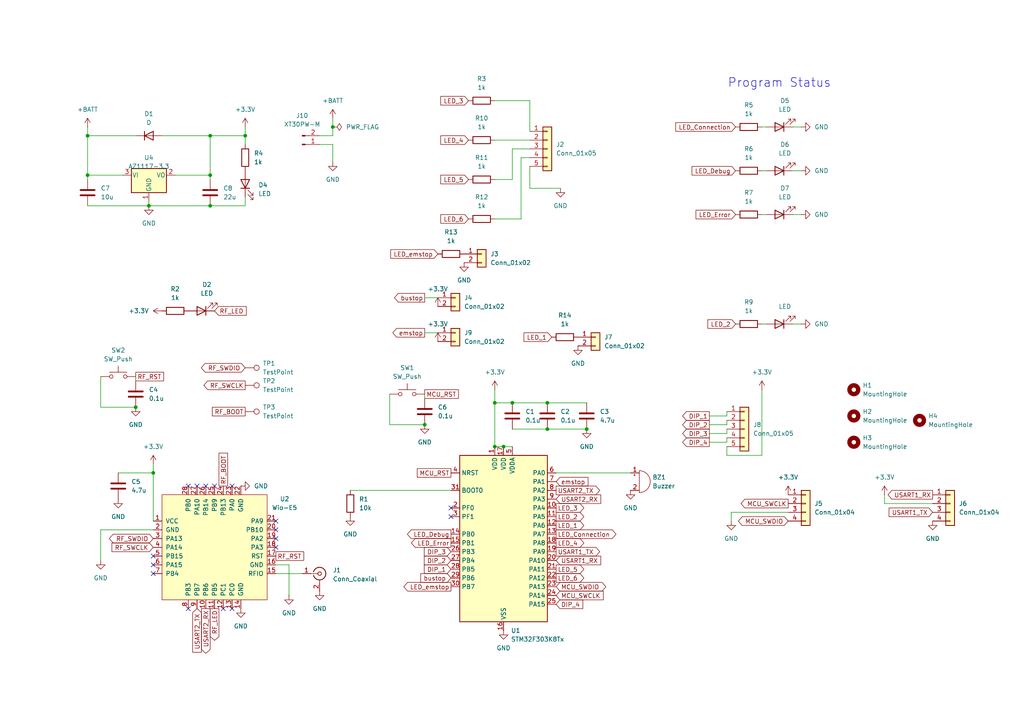
<source format=kicad_sch>
(kicad_sch (version 20250114) (generator "eeschema") (generator_version "9.0")
  (paper "A4")
  (lib_symbols
    (symbol "Connector:Conn_01x02_Pin" (pin_names (offset 1.016) (hide yes))
      (property "Reference" "J" (at 0 2.54 0))
      (property "Value" "Conn_01x02_Pin" (at 0 -5.08 0))
      (symbol "Conn_01x02_Pin_1_1"
        (pin passive line (at 5.08 0 180) (length 3.81) (name "Pin_1") (number "1"))
        (pin passive line (at 5.08 -2.54 180) (length 3.81) (name "Pin_2") (number "2"))
      )
    )
    (symbol "Connector:Conn_Coaxial" (pin_names (offset 1.016) (hide yes))
      (property "Reference" "J" (at 0.254 3.048 0))
      (property "Value" "Conn_Coaxial" (at 2.921 0 90))
      (symbol "Conn_Coaxial_1_1"
        (pin passive line (at -5.08 0 0) (length 2.54) (name "In") (number "1"))
        (pin passive line (at 0 -5.08 90) (length 2.54) (name "Ext") (number "2"))
      )
    )
    (symbol "Connector:TestPoint" (pin_numbers (hide yes)) (pin_names (offset 0.762) (hide yes))
      (property "Reference" "TP" (at 0 6.858 0))
      (property "Value" "TestPoint" (at 0 5.08 0))
      (symbol "TestPoint_1_1"
        (pin passive line (at 0 0 90) (length 2.54) (name "1") (number "1"))
      )
    )
    (symbol "Connector_Generic:Conn_01x02" (pin_names (offset 1.016) (hide yes))
      (property "Reference" "J" (at 0 2.54 0))
      (property "Value" "Conn_01x02" (at 0 -5.08 0))
      (symbol "Conn_01x02_1_1"
        (pin passive line (at -5.08 0 0) (length 3.81) (name "Pin_1") (number "1"))
        (pin passive line (at -5.08 -2.54 0) (length 3.81) (name "Pin_2") (number "2"))
      )
    )
    (symbol "Connector_Generic:Conn_01x04" (pin_names (offset 1.016) (hide yes))
      (property "Reference" "J" (at 0 5.08 0))
      (property "Value" "Conn_01x04" (at 0 -7.62 0))
      (symbol "Conn_01x04_1_1"
        (pin passive line (at -5.08 2.54 0) (length 3.81) (name "Pin_1") (number "1"))
        (pin passive line (at -5.08 0 0) (length 3.81) (name "Pin_2") (number "2"))
        (pin passive line (at -5.08 -2.54 0) (length 3.81) (name "Pin_3") (number "3"))
        (pin passive line (at -5.08 -5.08 0) (length 3.81) (name "Pin_4") (number "4"))
      )
    )
    (symbol "Connector_Generic:Conn_01x05" (pin_names (offset 1.016) (hide yes))
      (property "Reference" "J" (at 0 7.62 0))
      (property "Value" "Conn_01x05" (at 0 -7.62 0))
      (symbol "Conn_01x05_1_1"
        (pin passive line (at -5.08 5.08 0) (length 3.81) (name "Pin_1") (number "1"))
        (pin passive line (at -5.08 2.54 0) (length 3.81) (name "Pin_2") (number "2"))
        (pin passive line (at -5.08 0 0) (length 3.81) (name "Pin_3") (number "3"))
        (pin passive line (at -5.08 -2.54 0) (length 3.81) (name "Pin_4") (number "4"))
        (pin passive line (at -5.08 -5.08 0) (length 3.81) (name "Pin_5") (number "5"))
      )
    )
    (symbol "Device:Buzzer" (pin_names (offset 0.0254) (hide yes))
      (property "Reference" "BZ" (at 3.81 1.27 0))
      (property "Value" "Buzzer" (at 3.81 -1.27 0))
      (symbol "Buzzer_1_1"
        (pin passive line (at -2.54 2.54 0) (length 2.54) (name "+") (number "1"))
        (pin passive line (at -2.54 -2.54 0) (length 2.54) (name "-") (number "2"))
      )
    )
    (symbol "Device:C" (pin_numbers (hide yes)) (pin_names (offset 0.254))
      (property "Reference" "C" (at 0.635 2.54 0))
      (property "Value" "C" (at 0.635 -2.54 0))
      (symbol "C_1_1"
        (pin passive line (at 0 3.81 270) (length 2.794) (name "~") (number "1"))
        (pin passive line (at 0 -3.81 90) (length 2.794) (name "~") (number "2"))
      )
    )
    (symbol "Device:D" (pin_numbers (hide yes)) (pin_names (offset 1.016) (hide yes))
      (property "Reference" "D" (at 0 2.54 0))
      (property "Value" "D" (at 0 -2.54 0))
      (symbol "D_1_1"
        (pin passive line (at -3.81 0 0) (length 2.54) (name "K") (number "1"))
        (pin passive line (at 3.81 0 180) (length 2.54) (name "A") (number "2"))
      )
    )
    (symbol "Device:LED" (pin_numbers (hide yes)) (pin_names (offset 1.016) (hide yes))
      (property "Reference" "D" (at 0 2.54 0))
      (property "Value" "LED" (at 0 -2.54 0))
      (symbol "LED_1_1"
        (pin passive line (at -3.81 0 0) (length 2.54) (name "K") (number "1"))
        (pin passive line (at 3.81 0 180) (length 2.54) (name "A") (number "2"))
      )
    )
    (symbol "Device:R" (pin_numbers (hide yes)) (pin_names (offset 0))
      (property "Reference" "R" (at 2.032 0 90))
      (property "Value" "R" (at 0 0 90))
      (symbol "R_1_1"
        (pin passive line (at 0 3.81 270) (length 1.27) (name "~") (number "1"))
        (pin passive line (at 0 -3.81 90) (length 1.27) (name "~") (number "2"))
      )
    )
    (symbol "LED_1" (pin_numbers (hide yes)) (pin_names (offset 1.016) (hide yes))
      (property "Reference" "D" (at 0 2.54 0))
      (property "Value" "LED" (at 0 -2.54 0))
      (symbol "LED_1_1_1"
        (pin passive line (at -3.81 0 0) (length 2.54) (name "K") (number "1"))
        (pin passive line (at 3.81 0 180) (length 2.54) (name "A") (number "2"))
      )
    )
    (symbol "LoRa-E5:LoRa-E5" (pin_names (offset 1.016))
      (property "Reference" "U" (at 0 0 0))
      (property "Value" "LoRa-E5" (at 0 2.54 0))
      (symbol "LoRa-E5_1_1"
        (pin input line (at -17.78 7.62 0) (length 2.54) (name "VCC") (number "1"))
        (pin input line (at -17.78 5.08 0) (length 2.54) (name "GND") (number "2"))
        (pin input line (at -17.78 2.54 0) (length 2.54) (name "PA13") (number "3"))
        (pin input line (at -17.78 0 0) (length 2.54) (name "PA14") (number "4"))
        (pin input line (at -17.78 -2.54 0) (length 2.54) (name "PB15") (number "5"))
        (pin input line (at -17.78 -5.08 0) (length 2.54) (name "PA15") (number "6"))
        (pin input line (at -17.78 -7.62 0) (length 2.54) (name "PB4") (number "7"))
        (pin input line (at -7.62 17.78 270) (length 2.54) (name "PB0") (number "28"))
        (pin input line (at -7.62 -17.78 90) (length 2.54) (name "PB3") (number "8"))
        (pin input line (at -5.08 17.78 270) (length 2.54) (name "PA10") (number "27"))
        (pin input line (at -5.08 -17.78 90) (length 2.54) (name "PB7") (number "9"))
        (pin input line (at -2.54 17.78 270) (length 2.54) (name "PB14") (number "26"))
        (pin input line (at -2.54 -17.78 90) (length 2.54) (name "PB6") (number "10"))
        (pin input line (at 0 17.78 270) (length 2.54) (name "PB9") (number "25"))
        (pin input line (at 0 -17.78 90) (length 2.54) (name "PB5") (number "11"))
        (pin input line (at 2.54 17.78 270) (length 2.54) (name "PB13~{}") (number "24"))
        (pin input line (at 2.54 -17.78 90) (length 2.54) (name "PC1") (number "12"))
        (pin input line (at 5.08 17.78 270) (length 2.54) (name "PA0") (number "23"))
        (pin input line (at 5.08 -17.78 90) (length 2.54) (name "PC0") (number "13"))
        (pin input line (at 7.62 17.78 270) (length 2.54) (name "GND") (number "22"))
        (pin input line (at 7.62 -17.78 90) (length 2.54) (name "GND") (number "14"))
        (pin input line (at 17.78 7.62 180) (length 2.54) (name "PA9") (number "21"))
        (pin input line (at 17.78 5.08 180) (length 2.54) (name "PB10") (number "20"))
        (pin input line (at 17.78 2.54 180) (length 2.54) (name "PA2") (number "19"))
        (pin input line (at 17.78 0 180) (length 2.54) (name "PA3") (number "18"))
        (pin input line (at 17.78 -2.54 180) (length 2.54) (name "RST") (number "17"))
        (pin input line (at 17.78 -5.08 180) (length 2.54) (name "GND") (number "16"))
        (pin input line (at 17.78 -7.62 180) (length 2.54) (name "RFIO") (number "15"))
      )
    )
    (symbol "MCU_ST_STM32F3:STM32F303K8Tx"
      (property "Reference" "U" (at -12.7 26.67 0))
      (property "Value" "STM32F303K8Tx" (at 5.08 26.67 0))
      (symbol "STM32F303K8Tx_1_1"
        (pin input line (at -15.24 20.32 0) (length 2.54) (name "NRST") (number "4"))
        (pin input line (at -15.24 15.24 0) (length 2.54) (name "BOOT0") (number "31"))
        (pin bidirectional line (at -15.24 10.16 0) (length 2.54) (name "PF0") (number "2"))
        (pin bidirectional line (at -15.24 7.62 0) (length 2.54) (name "PF1") (number "3"))
        (pin bidirectional line (at -15.24 2.54 0) (length 2.54) (name "PB0") (number "14"))
        (pin bidirectional line (at -15.24 0 0) (length 2.54) (name "PB1") (number "15"))
        (pin bidirectional line (at -15.24 -2.54 0) (length 2.54) (name "PB3") (number "26"))
        (pin bidirectional line (at -15.24 -5.08 0) (length 2.54) (name "PB4") (number "27"))
        (pin bidirectional line (at -15.24 -7.62 0) (length 2.54) (name "PB5") (number "28"))
        (pin bidirectional line (at -15.24 -10.16 0) (length 2.54) (name "PB6") (number "29"))
        (pin bidirectional line (at -15.24 -12.7 0) (length 2.54) (name "PB7") (number "30"))
        (pin power_in line (at -2.54 27.94 270) (length 2.54) (name "VDD") (number "1"))
        (pin power_in line (at 0 27.94 270) (length 2.54) (name "VDD") (number "17"))
        (pin power_in line (at 0 -25.4 90) (length 2.54) (name "VSS") (number "16"))
        (pin passive line (at 0 -25.4 90) (length 2.54) (hide yes) (name "VSS") (number "32"))
        (pin power_in line (at 2.54 27.94 270) (length 2.54) (name "VDDA") (number "5"))
        (pin bidirectional line (at 15.24 20.32 180) (length 2.54) (name "PA0") (number "6"))
        (pin bidirectional line (at 15.24 17.78 180) (length 2.54) (name "PA1") (number "7"))
        (pin bidirectional line (at 15.24 15.24 180) (length 2.54) (name "PA2") (number "8"))
        (pin bidirectional line (at 15.24 12.7 180) (length 2.54) (name "PA3") (number "9"))
        (pin bidirectional line (at 15.24 10.16 180) (length 2.54) (name "PA4") (number "10"))
        (pin bidirectional line (at 15.24 7.62 180) (length 2.54) (name "PA5") (number "11"))
        (pin bidirectional line (at 15.24 5.08 180) (length 2.54) (name "PA6") (number "12"))
        (pin bidirectional line (at 15.24 2.54 180) (length 2.54) (name "PA7") (number "13"))
        (pin bidirectional line (at 15.24 0 180) (length 2.54) (name "PA8") (number "18"))
        (pin bidirectional line (at 15.24 -2.54 180) (length 2.54) (name "PA9") (number "19"))
        (pin bidirectional line (at 15.24 -5.08 180) (length 2.54) (name "PA10") (number "20"))
        (pin bidirectional line (at 15.24 -7.62 180) (length 2.54) (name "PA11") (number "21"))
        (pin bidirectional line (at 15.24 -10.16 180) (length 2.54) (name "PA12") (number "22"))
        (pin bidirectional line (at 15.24 -12.7 180) (length 2.54) (name "PA13") (number "23"))
        (pin bidirectional line (at 15.24 -15.24 180) (length 2.54) (name "PA14") (number "24"))
        (pin bidirectional line (at 15.24 -17.78 180) (length 2.54) (name "PA15") (number "25"))
      )
    )
    (symbol "Mechanical:MountingHole" (pin_names (offset 1.016)) (exclude_from_sim yes) (in_bom no)
      (property "Reference" "H" (at 0 5.08 0))
      (property "Value" "MountingHole" (at 0 3.175 0))
    )
    (symbol "Regulator_Linear:AZ1117-3.3" (pin_names (offset 0.254))
      (property "Reference" "U" (at -3.81 3.175 0))
      (property "Value" "AZ1117-3.3" (at 0 3.175 0))
      (symbol "AZ1117-3.3_1_1"
        (pin power_in line (at -7.62 0 0) (length 2.54) (name "VI") (number "3"))
        (pin power_in line (at 0 -7.62 90) (length 2.54) (name "GND") (number "1"))
        (pin power_out line (at 7.62 0 180) (length 2.54) (name "VO") (number "2"))
      )
    )
    (symbol "Switch:SW_Push" (pin_numbers (hide yes)) (pin_names (offset 1.016) (hide yes))
      (property "Reference" "SW" (at 1.27 2.54 0))
      (property "Value" "SW_Push" (at 0 -1.524 0))
      (symbol "SW_Push_0_1"
        (pin passive line (at -5.08 0 0) (length 2.54) (name "1") (number "1"))
        (pin passive line (at 5.08 0 180) (length 2.54) (name "2") (number "2"))
      )
    )
    (symbol "power:+3.3V" (power) (pin_numbers (hide yes)) (pin_names (offset 0) (hide yes))
      (property "Value" "+3.3V" (at 0 3.556 0))
      (symbol "+3.3V_1_1"
        (pin power_in line (at 0 0 90) (length 0) (name "~") (number "1"))
      )
    )
    (symbol "power:+5V" (power) (pin_numbers (hide yes)) (pin_names (offset 0) (hide yes))
      (property "Value" "+5V" (at 0 3.556 0))
      (symbol "+5V_1_1"
        (pin power_in line (at 0 0 90) (length 0) (name "~") (number "1"))
      )
    )
    (symbol "power:+BATT" (power) (pin_numbers (hide yes)) (pin_names (offset 0) (hide yes))
      (property "Value" "+BATT" (at 0 3.556 0))
      (symbol "+BATT_1_1"
        (pin power_in line (at 0 0 90) (length 0) (name "~") (number "1"))
      )
    )
    (symbol "power:GND" (power) (pin_numbers (hide yes)) (pin_names (offset 0) (hide yes))
      (property "Value" "GND" (at 0 -3.81 0))
      (symbol "GND_1_1"
        (pin power_in line (at 0 0 270) (length 0) (name "~") (number "1"))
      )
    )
    (symbol "power:PWR_FLAG" (power) (pin_numbers (hide yes)) (pin_names (offset 0) (hide yes))
      (property "Value" "PWR_FLAG" (at 0 3.81 0))
      (symbol "PWR_FLAG_0_0"
        (pin power_out line (at 0 0 90) (length 0) (name "~") (number "1"))
      )
    )
  )
  (text "Program Status" (at 226.06 24.13 0) (effects (font (size 2.54 2.54))))
  (junction (at 25.4 50.8))
  (junction (at 170.18 124.46))
  (junction (at 123.19 123.19))
  (junction (at 71.12 39.37))
  (junction (at 158.75 116.84))
  (junction (at 143.51 116.84))
  (junction (at 146.05 129.54))
  (junction (at 44.45 137.16))
  (junction (at 96.52 36.83))
  (junction (at 143.51 129.54))
  (junction (at 39.37 118.11))
  (junction (at 25.4 39.37))
  (junction (at 60.96 39.37))
  (junction (at 60.96 59.69))
  (junction (at 158.75 124.46))
  (junction (at 43.18 59.69))
  (junction (at 148.59 116.84))
  (junction (at 60.96 50.8))
  (no_connect (at 80.01 153.67))
  (no_connect (at 54.61 176.53))
  (no_connect (at 64.77 176.53))
  (no_connect (at 80.01 151.13))
  (no_connect (at 80.01 158.75))
  (no_connect (at 62.23 140.97))
  (no_connect (at 44.45 166.37))
  (no_connect (at 54.61 140.97))
  (no_connect (at 80.01 156.21))
  (no_connect (at 130.81 147.32))
  (no_connect (at 130.81 149.86))
  (no_connect (at 59.69 140.97))
  (no_connect (at 44.45 161.29))
  (no_connect (at 67.31 140.97))
  (no_connect (at 57.15 140.97))
  (no_connect (at 44.45 163.83))
  (no_connect (at 67.31 176.53))
  (wire (pts (xy 210.82 128.27) (xy 210.82 127)))
  (wire (pts (xy 210.82 125.73) (xy 210.82 124.46)))
  (wire (pts (xy 25.4 39.37) (xy 39.37 39.37)))
  (wire (pts (xy 29.21 153.67) (xy 44.45 153.67)))
  (wire (pts (xy 148.59 52.07) (xy 148.59 43.18)))
  (wire (pts (xy 229.87 49.53) (xy 232.41 49.53)))
  (wire (pts (xy 143.51 129.54) (xy 146.05 129.54)))
  (wire (pts (xy 25.4 50.8) (xy 35.56 50.8)))
  (wire (pts (xy 205.74 125.73) (xy 210.82 125.73)))
  (wire (pts (xy 25.4 39.37) (xy 25.4 50.8)))
  (wire (pts (xy 83.82 163.83) (xy 80.01 163.83)))
  (wire (pts (xy 143.51 113.03) (xy 143.51 116.84)))
  (wire (pts (xy 101.6 142.24) (xy 130.81 142.24)))
  (wire (pts (xy 229.87 36.83) (xy 232.41 36.83)))
  (wire (pts (xy 44.45 137.16) (xy 44.45 151.13)))
  (wire (pts (xy 151.13 45.72) (xy 153.67 45.72)))
  (wire (pts (xy 96.52 39.37) (xy 92.71 39.37)))
  (wire (pts (xy 44.45 134.62) (xy 44.45 137.16)))
  (wire (pts (xy 143.51 40.64) (xy 153.67 40.64)))
  (wire (pts (xy 143.51 29.21) (xy 153.67 29.21)))
  (wire (pts (xy 256.54 143.51) (xy 256.54 146.05)))
  (wire (pts (xy 80.01 166.37) (xy 87.63 166.37)))
  (wire (pts (xy 220.98 49.53) (xy 222.25 49.53)))
  (wire (pts (xy 151.13 63.5) (xy 151.13 45.72)))
  (wire (pts (xy 123.19 115.57) (xy 123.19 114.3)))
  (wire (pts (xy 161.29 137.16) (xy 182.88 137.16)))
  (wire (pts (xy 212.09 148.59) (xy 212.09 151.13)))
  (wire (pts (xy 60.96 50.8) (xy 60.96 52.07)))
  (wire (pts (xy 205.74 123.19) (xy 210.82 123.19)))
  (wire (pts (xy 43.18 59.69) (xy 60.96 59.69)))
  (wire (pts (xy 60.96 39.37) (xy 60.96 50.8)))
  (wire (pts (xy 92.71 41.91) (xy 96.52 41.91)))
  (wire (pts (xy 29.21 162.56) (xy 29.21 153.67)))
  (wire (pts (xy 25.4 50.8) (xy 25.4 52.07)))
  (wire (pts (xy 123.19 86.36) (xy 127 86.36)))
  (wire (pts (xy 46.99 39.37) (xy 60.96 39.37)))
  (wire (pts (xy 34.29 137.16) (xy 44.45 137.16)))
  (wire (pts (xy 71.12 41.91) (xy 71.12 39.37)))
  (wire (pts (xy 146.05 129.54) (xy 148.59 129.54)))
  (wire (pts (xy 210.82 123.19) (xy 210.82 121.92)))
  (wire (pts (xy 153.67 29.21) (xy 153.67 38.1)))
  (wire (pts (xy 148.59 43.18) (xy 153.67 43.18)))
  (wire (pts (xy 71.12 57.15) (xy 71.12 59.69)))
  (wire (pts (xy 25.4 59.69) (xy 43.18 59.69)))
  (wire (pts (xy 220.98 113.03) (xy 220.98 132.08)))
  (wire (pts (xy 153.67 54.61) (xy 162.56 54.61)))
  (wire (pts (xy 220.98 93.98) (xy 222.25 93.98)))
  (wire (pts (xy 229.87 62.23) (xy 232.41 62.23)))
  (wire (pts (xy 29.21 109.22) (xy 29.21 118.11)))
  (wire (pts (xy 158.75 116.84) (xy 148.59 116.84)))
  (wire (pts (xy 143.51 52.07) (xy 148.59 52.07)))
  (wire (pts (xy 205.74 128.27) (xy 210.82 128.27)))
  (wire (pts (xy 96.52 34.29) (xy 96.52 36.83)))
  (wire (pts (xy 158.75 124.46) (xy 170.18 124.46)))
  (wire (pts (xy 148.59 124.46) (xy 158.75 124.46)))
  (wire (pts (xy 228.6 148.59) (xy 212.09 148.59)))
  (wire (pts (xy 83.82 163.83) (xy 83.82 172.72)))
  (wire (pts (xy 29.21 118.11) (xy 39.37 118.11)))
  (wire (pts (xy 113.03 123.19) (xy 123.19 123.19)))
  (wire (pts (xy 123.19 96.52) (xy 127 96.52)))
  (wire (pts (xy 158.75 116.84) (xy 170.18 116.84)))
  (wire (pts (xy 256.54 146.05) (xy 270.51 146.05)))
  (wire (pts (xy 43.18 58.42) (xy 43.18 59.69)))
  (wire (pts (xy 148.59 116.84) (xy 143.51 116.84)))
  (wire (pts (xy 205.74 120.65) (xy 210.82 120.65)))
  (wire (pts (xy 143.51 116.84) (xy 143.51 129.54)))
  (wire (pts (xy 71.12 36.83) (xy 71.12 39.37)))
  (wire (pts (xy 210.82 120.65) (xy 210.82 119.38)))
  (wire (pts (xy 39.37 110.49) (xy 39.37 109.22)))
  (wire (pts (xy 113.03 114.3) (xy 113.03 123.19)))
  (wire (pts (xy 210.82 132.08) (xy 210.82 129.54)))
  (wire (pts (xy 71.12 59.69) (xy 60.96 59.69)))
  (wire (pts (xy 143.51 63.5) (xy 151.13 63.5)))
  (wire (pts (xy 229.87 93.98) (xy 232.41 93.98)))
  (wire (pts (xy 220.98 62.23) (xy 222.25 62.23)))
  (wire (pts (xy 50.8 50.8) (xy 60.96 50.8)))
  (wire (pts (xy 220.98 36.83) (xy 222.25 36.83)))
  (wire (pts (xy 96.52 36.83) (xy 96.52 39.37)))
  (wire (pts (xy 71.12 39.37) (xy 60.96 39.37)))
  (wire (pts (xy 96.52 41.91) (xy 96.52 46.99)))
  (wire (pts (xy 153.67 48.26) (xy 153.67 54.61)))
  (wire (pts (xy 25.4 36.83) (xy 25.4 39.37)))
  (wire (pts (xy 220.98 132.08) (xy 210.82 132.08)))
  (global_label "LED_3" (shape output) (at 161.29 147.32 0) (property "Intersheetrefs" "${INTERSHEET_REFS}" (effects (hide yes))))
  (global_label "LED_6" (shape output) (at 161.29 167.64 0) (property "Intersheetrefs" "${INTERSHEET_REFS}" (effects (hide yes))))
  (global_label "emstop" (shape output) (at 123.19 96.52 180) (property "Intersheetrefs" "${INTERSHEET_REFS}" (effects (hide yes))))
  (global_label "bustop" (shape input) (at 130.81 167.64 180) (property "Intersheetrefs" "${INTERSHEET_REFS}" (effects (hide yes))))
  (global_label "LED_4" (shape input) (at 135.89 40.64 180) (property "Intersheetrefs" "${INTERSHEET_REFS}" (effects (hide yes))))
  (global_label "DIP_2" (shape input) (at 130.81 162.56 180) (property "Intersheetrefs" "${INTERSHEET_REFS}" (effects (hide yes))))
  (global_label "LED_2" (shape input) (at 213.36 93.98 180) (property "Intersheetrefs" "${INTERSHEET_REFS}" (effects (hide yes))))
  (global_label "RF_LED" (shape output) (at 62.23 176.53 270) (property "Intersheetrefs" "${INTERSHEET_REFS}" (effects (hide yes))))
  (global_label "LED_Debug" (shape output) (at 130.81 154.94 180) (property "Intersheetrefs" "${INTERSHEET_REFS}" (effects (hide yes))))
  (global_label "USART2_RX" (shape output) (at 59.69 176.53 270) (property "Intersheetrefs" "${INTERSHEET_REFS}" (effects (hide yes))))
  (global_label "DIP_3" (shape input) (at 130.81 160.02 180) (property "Intersheetrefs" "${INTERSHEET_REFS}" (effects (hide yes))))
  (global_label "RF_SWDIO" (shape bidirectional) (at 71.12 106.68 180) (property "Intersheetrefs" "${INTERSHEET_REFS}" (effects (hide yes))))
  (global_label "MCU_RST" (shape passive) (at 130.81 137.16 180) (property "Intersheetrefs" "${INTERSHEET_REFS}" (effects (hide yes))))
  (global_label "LED_4" (shape output) (at 161.29 157.48 0) (property "Intersheetrefs" "${INTERSHEET_REFS}" (effects (hide yes))))
  (global_label "USART1_RX" (shape input) (at 161.29 162.56 0) (property "Intersheetrefs" "${INTERSHEET_REFS}" (effects (hide yes))))
  (global_label "LED_Error" (shape input) (at 213.36 62.23 180) (property "Intersheetrefs" "${INTERSHEET_REFS}" (effects (hide yes))))
  (global_label "MCU_SWDIO" (shape bidirectional) (at 228.6 151.13 180) (property "Intersheetrefs" "${INTERSHEET_REFS}" (effects (hide yes))))
  (global_label "RF_SWDIO" (shape bidirectional) (at 44.45 156.21 180) (property "Intersheetrefs" "${INTERSHEET_REFS}" (effects (hide yes))))
  (global_label "LED_Connection" (shape input) (at 213.36 36.83 180) (property "Intersheetrefs" "${INTERSHEET_REFS}" (effects (hide yes))))
  (global_label "DIP_2" (shape output) (at 205.74 123.19 180) (property "Intersheetrefs" "${INTERSHEET_REFS}" (effects (hide yes))))
  (global_label "DIP_1" (shape output) (at 205.74 120.65 180) (property "Intersheetrefs" "${INTERSHEET_REFS}" (effects (hide yes))))
  (global_label "MCU_SWCLK" (shape input) (at 161.29 172.72 0) (property "Intersheetrefs" "${INTERSHEET_REFS}" (effects (hide yes))))
  (global_label "DIP_4" (shape input) (at 161.29 175.26 0) (property "Intersheetrefs" "${INTERSHEET_REFS}" (effects (hide yes))))
  (global_label "DIP_3" (shape output) (at 205.74 125.73 180) (property "Intersheetrefs" "${INTERSHEET_REFS}" (effects (hide yes))))
  (global_label "LED_5" (shape input) (at 135.89 52.07 180) (property "Intersheetrefs" "${INTERSHEET_REFS}" (effects (hide yes))))
  (global_label "USART2_TX" (shape input) (at 57.15 176.53 270) (property "Intersheetrefs" "${INTERSHEET_REFS}" (effects (hide yes))))
  (global_label "RF_BOOT" (shape passive) (at 71.12 119.38 180) (property "Intersheetrefs" "${INTERSHEET_REFS}" (effects (hide yes))))
  (global_label "LED_Error" (shape output) (at 130.81 157.48 180) (property "Intersheetrefs" "${INTERSHEET_REFS}" (effects (hide yes))))
  (global_label "RF_RST" (shape passive) (at 80.01 161.29 0) (property "Intersheetrefs" "${INTERSHEET_REFS}" (effects (hide yes))))
  (global_label "USART2_TX" (shape output) (at 161.29 142.24 0) (property "Intersheetrefs" "${INTERSHEET_REFS}" (effects (hide yes))))
  (global_label "USART2_RX" (shape input) (at 161.29 144.78 0) (property "Intersheetrefs" "${INTERSHEET_REFS}" (effects (hide yes))))
  (global_label "RF_RST" (shape passive) (at 39.37 109.22 0) (property "Intersheetrefs" "${INTERSHEET_REFS}" (effects (hide yes))))
  (global_label "LED_6" (shape input) (at 135.89 63.5 180) (property "Intersheetrefs" "${INTERSHEET_REFS}" (effects (hide yes))))
  (global_label "LED_3" (shape input) (at 135.89 29.21 180) (property "Intersheetrefs" "${INTERSHEET_REFS}" (effects (hide yes))))
  (global_label "LED_2" (shape output) (at 161.29 149.86 0) (property "Intersheetrefs" "${INTERSHEET_REFS}" (effects (hide yes))))
  (global_label "MCU_SWCLK" (shape output) (at 228.6 146.05 180) (property "Intersheetrefs" "${INTERSHEET_REFS}" (effects (hide yes))))
  (global_label "RF_SWCLK" (shape input) (at 44.45 158.75 180) (property "Intersheetrefs" "${INTERSHEET_REFS}" (effects (hide yes))))
  (global_label "LED_emstop" (shape output) (at 130.81 170.18 180) (property "Intersheetrefs" "${INTERSHEET_REFS}" (effects (hide yes))))
  (global_label "MCU_RST" (shape passive) (at 123.19 114.3 0) (property "Intersheetrefs" "${INTERSHEET_REFS}" (effects (hide yes))))
  (global_label "bustop" (shape output) (at 123.19 86.36 180) (property "Intersheetrefs" "${INTERSHEET_REFS}" (effects (hide yes))))
  (global_label "USART1_TX" (shape input) (at 270.51 148.59 180) (property "Intersheetrefs" "${INTERSHEET_REFS}" (effects (hide yes))))
  (global_label "LED_Debug" (shape input) (at 213.36 49.53 180) (property "Intersheetrefs" "${INTERSHEET_REFS}" (effects (hide yes))))
  (global_label "LED_emstop" (shape input) (at 127 73.66 180) (property "Intersheetrefs" "${INTERSHEET_REFS}" (effects (hide yes))))
  (global_label "DIP_4" (shape output) (at 205.74 128.27 180) (property "Intersheetrefs" "${INTERSHEET_REFS}" (effects (hide yes))))
  (global_label "DIP_1" (shape input) (at 130.81 165.1 180) (property "Intersheetrefs" "${INTERSHEET_REFS}" (effects (hide yes))))
  (global_label "RF_BOOT" (shape passive) (at 64.77 140.97 90) (property "Intersheetrefs" "${INTERSHEET_REFS}" (effects (hide yes))))
  (global_label "USART1_RX" (shape output) (at 270.51 143.51 180) (property "Intersheetrefs" "${INTERSHEET_REFS}" (effects (hide yes))))
  (global_label "LED_1" (shape output) (at 161.29 152.4 0) (property "Intersheetrefs" "${INTERSHEET_REFS}" (effects (hide yes))))
  (global_label "emstop" (shape input) (at 161.29 139.7 0) (property "Intersheetrefs" "${INTERSHEET_REFS}" (effects (hide yes))))
  (global_label "USART1_TX" (shape output) (at 161.29 160.02 0) (property "Intersheetrefs" "${INTERSHEET_REFS}" (effects (hide yes))))
  (global_label "LED_Connection" (shape output) (at 161.29 154.94 0) (property "Intersheetrefs" "${INTERSHEET_REFS}" (effects (hide yes))))
  (global_label "RF_SWCLK" (shape output) (at 71.12 111.76 180) (property "Intersheetrefs" "${INTERSHEET_REFS}" (effects (hide yes))))
  (global_label "LED_1" (shape input) (at 160.02 97.79 180) (property "Intersheetrefs" "${INTERSHEET_REFS}" (effects (hide yes))))
  (global_label "RF_LED" (shape input) (at 62.23 90.17 0) (property "Intersheetrefs" "${INTERSHEET_REFS}" (effects (hide yes))))
  (global_label "MCU_SWDIO" (shape bidirectional) (at 161.29 170.18 0) (property "Intersheetrefs" "${INTERSHEET_REFS}" (effects (hide yes))))
  (global_label "LED_5" (shape output) (at 161.29 165.1 0) (property "Intersheetrefs" "${INTERSHEET_REFS}" (effects (hide yes))))
  (symbol (lib_id "power:+3.3V") (at 46.99 90.17 90) (unit 1)
    (property "Reference" "#PWR0108" (effects (hide yes)))
    (property "Value" "+3.3V" (at 43.18 90.1699 90) (effects (justify left)))
    (property "Description" "Power symbol creates a global label with name \"+3.3V\"" (effects (hide yes)))
  )
  (symbol (lib_id "power:GND") (at 232.41 49.53 90) (unit 1)
    (property "Reference" "#PWR025" (effects (hide yes)))
    (property "Value" "GND" (at 236.22 49.5299 90) (effects (justify right)))
    (property "Description" "Power symbol creates a global label with name \"GND\" , ground" (effects (hide yes)))
  )
  (symbol (lib_id "Connector:Conn_Coaxial") (at 92.71 166.37 0) (unit 1)
    (property "Reference" "J1" (at 96.52 165.3931 0) (effects (justify left)))
    (property "Value" "Conn_Coaxial" (at 96.52 167.9331 0) (effects (justify left)))
    (property "Footprint" "Connector_Coaxial:SMA_Molex_73251-2120_EdgeMount_Horizontal" (effects (hide yes)))
    (property "Description" "coaxial connector (BNC, SMA, SMB, SMC, Cinch/RCA, LEMO, ...)" (effects (hide yes)))
  )
  (symbol (lib_id "Device:LED") (at 226.06 62.23 180) (unit 1)
    (property "Reference" "D7" (at 227.6475 54.61 0))
    (property "Value" "LED" (at 227.6475 57.15 0))
    (property "Footprint" "LED_SMD:LED_0603_1608Metric_Pad1.05x0.95mm_HandSolder" (effects (hide yes)))
    (property "Description" "Light emitting diode" (effects (hide yes)))
  )
  (symbol (lib_id "Connector_Generic:Conn_01x04") (at 233.68 146.05 0) (unit 1)
    (property "Reference" "J5" (at 236.22 146.0499 0) (effects (justify left)))
    (property "Value" "Conn_01x04" (at 236.22 148.5899 0) (effects (justify left)))
    (property "Footprint" "Connector_JST:JST_XH_B4B-XH-A_1x04_P2.50mm_Vertical" (effects (hide yes)))
    (property "Description" "Generic connector, single row, 01x04, script generated (kicad-library-utils/schlib/autogen/connector/)" (effects (hide yes)))
  )
  (symbol (lib_id "power:GND") (at 232.41 93.98 90) (unit 1)
    (property "Reference" "#PWR028" (effects (hide yes)))
    (property "Value" "GND" (at 236.22 93.9799 90) (effects (justify right)))
    (property "Description" "Power symbol creates a global label with name \"GND\" , ground" (effects (hide yes)))
  )
  (symbol (lib_id "Mechanical:MountingHole") (at 247.65 128.27 0) (unit 1) (exclude_from_sim yes) (in_bom no)
    (property "Reference" "H3" (at 250.19 126.9999 0) (effects (justify left)))
    (property "Value" "MountingHole" (at 250.19 129.5399 0) (effects (justify left)))
    (property "Footprint" "MountingHole:MountingHole_3.2mm_M3" (effects (hide yes)))
    (property "Description" "Mounting Hole without connection" (effects (hide yes)))
  )
  (symbol (lib_id "power:GND") (at 29.21 162.56 0) (unit 1)
    (property "Reference" "#PWR014" (effects (hide yes)))
    (property "Value" "GND" (at 29.21 167.64 0))
    (property "Description" "Power symbol creates a global label with name \"GND\" , ground" (effects (hide yes)))
  )
  (symbol (lib_id "Device:R") (at 217.17 49.53 90) (unit 1)
    (property "Reference" "R6" (at 217.17 43.18 90))
    (property "Value" "1k" (at 217.17 45.72 90))
    (property "Footprint" "Capacitor_SMD:C_0603_1608Metric_Pad1.08x0.95mm_HandSolder" (effects (hide yes)))
    (property "Description" "Resistor" (effects (hide yes)))
  )
  (symbol (lib_id "Device:LED") (at 226.06 93.98 180) (unit 1)
    (property "Reference" "D9" (effects (hide yes)))
    (property "Value" "LED" (at 227.6475 88.9 0))
    (property "Footprint" "LED_SMD:LED_0603_1608Metric_Pad1.05x0.95mm_HandSolder" (effects (hide yes)))
    (property "Description" "Light emitting diode" (effects (hide yes)))
  )
  (symbol (lib_id "Device:D") (at 43.18 39.37 0) (unit 1)
    (property "Reference" "D1" (at 43.18 33.02 0))
    (property "Value" "D" (at 43.18 35.56 0))
    (property "Footprint" "Diode_SMD:Nexperia_CFP3_SOD-123W" (effects (hide yes)))
    (property "Description" "Diode" (effects (hide yes)))
    (property "Sim.Device" "D" (effects (hide yes)))
    (property "Sim.Pins" "1=K 2=A" (effects (hide yes)))
  )
  (symbol (lib_id "power:GND") (at 212.09 151.13 0) (unit 1)
    (property "Reference" "#PWR033" (effects (hide yes)))
    (property "Value" "GND" (at 212.09 156.21 0))
    (property "Description" "Power symbol creates a global label with name \"GND\" , ground" (effects (hide yes)))
  )
  (symbol (lib_id "power:GND") (at 92.71 171.45 0) (unit 1)
    (property "Reference" "#PWR02" (effects (hide yes)))
    (property "Value" "GND" (at 92.71 176.53 0))
    (property "Description" "Power symbol creates a global label with name \"GND\" , ground" (effects (hide yes)))
  )
  (symbol (lib_id "Connector_Generic:Conn_01x04") (at 275.59 146.05 0) (unit 1)
    (property "Reference" "J6" (at 278.13 146.0499 0) (effects (justify left)))
    (property "Value" "Conn_01x04" (at 278.13 148.5899 0) (effects (justify left)))
    (property "Footprint" "Connector_JST:JST_XH_B4B-XH-A_1x04_P2.50mm_Vertical" (effects (hide yes)))
    (property "Description" "Generic connector, single row, 01x04, script generated (kicad-library-utils/schlib/autogen/connector/)" (effects (hide yes)))
  )
  (symbol (lib_id "power:GND") (at 146.05 182.88 0) (unit 1)
    (property "Reference" "#PWR05" (effects (hide yes)))
    (property "Value" "GND" (at 146.05 187.96 0))
    (property "Description" "Power symbol creates a global label with name \"GND\" , ground" (effects (hide yes)))
  )
  (symbol (lib_id "power:+3.3V") (at 71.12 36.83 0) (unit 1)
    (property "Reference" "#PWR018" (effects (hide yes)))
    (property "Value" "+3.3V" (at 71.12 31.75 0))
    (property "Description" "Power symbol creates a global label with name \"+3.3V\"" (effects (hide yes)))
  )
  (symbol (lib_id "Connector_Generic:Conn_01x02") (at 172.72 97.79 0) (unit 1)
    (property "Reference" "J7" (at 175.26 97.7899 0) (effects (justify left)))
    (property "Value" "Conn_01x02" (at 175.26 100.3299 0) (effects (justify left)))
    (property "Footprint" "Connector_JST:JST_XH_B2B-XH-A_1x02_P2.50mm_Vertical" (effects (hide yes)))
    (property "Description" "Generic connector, single row, 01x02, script generated (kicad-library-utils/schlib/autogen/connector/)" (effects (hide yes)))
  )
  (symbol (lib_id "power:GND") (at 162.56 54.61 0) (unit 1)
    (property "Reference" "#PWR09" (effects (hide yes)))
    (property "Value" "GND" (at 162.56 59.69 0))
    (property "Description" "Power symbol creates a global label with name \"GND\" , ground" (effects (hide yes)))
  )
  (symbol (lib_id "Device:R") (at 50.8 90.17 90) (unit 1)
    (property "Reference" "R2" (at 50.8 83.82 90))
    (property "Value" "1k" (at 50.8 86.36 90))
    (property "Footprint" "Capacitor_SMD:C_0603_1608Metric_Pad1.08x0.95mm_HandSolder" (effects (hide yes)))
    (property "Description" "Resistor" (effects (hide yes)))
  )
  (symbol (lib_id "power:GND") (at 69.85 140.97 90) (unit 1)
    (property "Reference" "#PWR011" (effects (hide yes)))
    (property "Value" "GND" (at 73.66 140.9699 90) (effects (justify right)))
    (property "Description" "Power symbol creates a global label with name \"GND\" , ground" (effects (hide yes)))
  )
  (symbol (lib_id "Connector_Generic:Conn_01x02") (at 132.08 86.36 0) (unit 1)
    (property "Reference" "J4" (at 134.62 86.3599 0) (effects (justify left)))
    (property "Value" "Conn_01x02" (at 134.62 88.8999 0) (effects (justify left)))
    (property "Footprint" "Connector_JST:JST_XH_B2B-XH-A_1x02_P2.50mm_Vertical" (effects (hide yes)))
    (property "Description" "Generic connector, single row, 01x02, script generated (kicad-library-utils/schlib/autogen/connector/)" (effects (hide yes)))
  )
  (symbol (lib_id "Connector:Conn_01x02_Pin") (at 87.63 41.91 0) (mirror x) (unit 1)
    (property "Reference" "J10" (at 87.63 33.528 0))
    (property "Value" "XT30PW-M" (at 87.63 36.068 0))
    (property "Footprint" "Connector_AMASS:AMASS_XT30U-M_1x02_P5.0mm_Vertical" (effects (hide yes)))
    (property "Description" "Generic connector, single row, 01x02, script generated" (effects (hide yes)))
  )
  (symbol (lib_id "power:+3.3V") (at 143.51 113.03 0) (unit 1)
    (property "Reference" "#PWR04" (effects (hide yes)))
    (property "Value" "+3.3V" (at 143.51 107.95 0))
    (property "Description" "Power symbol creates a global label with name \"+3.3V\"" (effects (hide yes)))
  )
  (symbol (lib_id "Device:Buzzer") (at 185.42 139.7 0) (unit 1)
    (property "Reference" "BZ1" (at 189.23 138.4299 0) (effects (justify left)))
    (property "Value" "Buzzer" (at 189.23 140.9699 0) (effects (justify left)))
    (property "Footprint" "Buzzer_Beeper:Buzzer_TDK_PS1240P02BT_D12.2mm_H6.5mm" (effects (hide yes)))
    (property "Description" "Buzzer, polarized" (effects (hide yes)))
  )
  (symbol (lib_id "power:+3.3V") (at 127 88.9 0) (unit 1)
    (property "Reference" "#PWR020" (effects (hide yes)))
    (property "Value" "+3.3V" (at 127 83.82 0))
    (property "Description" "Power symbol creates a global label with name \"+3.3V\"" (effects (hide yes)))
  )
  (symbol (lib_id "power:+3.3V") (at 228.6 143.51 0) (unit 1)
    (property "Reference" "#PWR037" (effects (hide yes)))
    (property "Value" "+3.3V" (at 228.6 138.43 0))
    (property "Description" "Power symbol creates a global label with name \"+3.3V\"" (effects (hide yes)))
  )
  (symbol (lib_id "Connector:TestPoint") (at 71.12 111.76 270) (unit 1)
    (property "Reference" "TP2" (at 76.2 110.4899 90) (effects (justify left)))
    (property "Value" "TestPoint" (at 76.2 113.0299 90) (effects (justify left)))
    (property "Footprint" "TestPoint:TestPoint_Pad_D1.5mm" (effects (hide yes)))
    (property "Description" "test point" (effects (hide yes)))
  )
  (symbol (lib_id "power:+3.3V") (at 127 99.06 0) (unit 1)
    (property "Reference" "#PWR023" (effects (hide yes)))
    (property "Value" "+3.3V" (at 127 93.98 0))
    (property "Description" "Power symbol creates a global label with name \"+3.3V\"" (effects (hide yes)))
  )
  (symbol (lib_id "power:GND") (at 170.18 124.46 0) (unit 1)
    (property "Reference" "#PWR01" (effects (hide yes)))
    (property "Value" "GND" (at 170.18 129.54 0))
    (property "Description" "Power symbol creates a global label with name \"GND\" , ground" (effects (hide yes)))
  )
  (symbol (lib_id "Device:R") (at 139.7 29.21 90) (unit 1)
    (property "Reference" "R3" (at 139.7 22.86 90))
    (property "Value" "1k" (at 139.7 25.4 90))
    (property "Footprint" "Capacitor_SMD:C_0603_1608Metric_Pad1.08x0.95mm_HandSolder" (effects (hide yes)))
    (property "Description" "Resistor" (effects (hide yes)))
  )
  (symbol (lib_id "Device:R") (at 139.7 63.5 90) (unit 1)
    (property "Reference" "R12" (at 139.7 57.15 90))
    (property "Value" "1k" (at 139.7 59.69 90))
    (property "Footprint" "Capacitor_SMD:C_0603_1608Metric_Pad1.08x0.95mm_HandSolder" (effects (hide yes)))
    (property "Description" "Resistor" (effects (hide yes)))
  )
  (symbol (lib_id "power:GND") (at 232.41 36.83 90) (unit 1)
    (property "Reference" "#PWR024" (effects (hide yes)))
    (property "Value" "GND" (at 236.22 36.8299 90) (effects (justify right)))
    (property "Description" "Power symbol creates a global label with name \"GND\" , ground" (effects (hide yes)))
  )
  (symbol (lib_name "LED_1") (lib_id "Device:LED") (at 71.12 53.34 90) (unit 1)
    (property "Reference" "D4" (at 74.93 53.6574 90) (effects (justify right)))
    (property "Value" "LED" (at 74.93 56.1974 90) (effects (justify right)))
    (property "Footprint" "LED_SMD:LED_0603_1608Metric_Pad1.05x0.95mm_HandSolder" (effects (hide yes)))
    (property "Description" "Light emitting diode" (effects (hide yes)))
    (property "Sim.Pins" "1=K 2=A" (effects (hide yes)))
  )
  (symbol (lib_id "power:GND") (at 134.62 76.2 0) (unit 1)
    (property "Reference" "#PWR012" (effects (hide yes)))
    (property "Value" "GND" (at 134.62 81.28 0))
    (property "Description" "Power symbol creates a global label with name \"GND\" , ground" (effects (hide yes)))
  )
  (symbol (lib_id "Connector_Generic:Conn_01x05") (at 215.9 124.46 0) (unit 1)
    (property "Reference" "J8" (at 218.44 123.1899 0) (effects (justify left)))
    (property "Value" "Conn_01x05" (at 218.44 125.7299 0) (effects (justify left)))
    (property "Footprint" "Connector_JST:JST_XH_B5B-XH-AM_1x05_P2.50mm_Vertical" (effects (hide yes)))
    (property "Description" "Generic connector, single row, 01x05, script generated (kicad-library-utils/schlib/autogen/connector/)" (effects (hide yes)))
  )
  (symbol (lib_id "Device:R") (at 163.83 97.79 90) (unit 1)
    (property "Reference" "R14" (at 163.83 91.44 90))
    (property "Value" "1k" (at 163.83 93.98 90))
    (property "Footprint" "Capacitor_SMD:C_0603_1608Metric_Pad1.08x0.95mm_HandSolder" (effects (hide yes)))
    (property "Description" "Resistor" (effects (hide yes)))
  )
  (symbol (lib_id "Device:C") (at 25.4 55.88 0) (unit 1)
    (property "Reference" "C7" (at 29.21 54.6099 0) (effects (justify left)))
    (property "Value" "10u" (at 29.21 57.1499 0) (effects (justify left)))
    (property "Footprint" "Capacitor_SMD:C_0603_1608Metric_Pad1.08x0.95mm_HandSolder" (effects (hide yes)))
    (property "Description" "Unpolarized capacitor" (effects (hide yes)))
  )
  (symbol (lib_id "Device:C") (at 123.19 119.38 0) (unit 1)
    (property "Reference" "C6" (at 127 118.1099 0) (effects (justify left)))
    (property "Value" "0.1u" (at 127 120.6499 0) (effects (justify left)))
    (property "Footprint" "Capacitor_SMD:C_0603_1608Metric_Pad1.08x0.95mm_HandSolder" (effects (hide yes)))
    (property "Description" "Unpolarized capacitor" (effects (hide yes)))
  )
  (symbol (lib_id "Connector:TestPoint") (at 71.12 106.68 270) (unit 1)
    (property "Reference" "TP1" (at 76.2 105.4099 90) (effects (justify left)))
    (property "Value" "TestPoint" (at 76.2 107.9499 90) (effects (justify left)))
    (property "Footprint" "TestPoint:TestPoint_Pad_D1.5mm" (effects (hide yes)))
    (property "Description" "test point" (effects (hide yes)))
  )
  (symbol (lib_id "Switch:SW_Push") (at 34.29 109.22 0) (unit 1)
    (property "Reference" "SW2" (at 34.29 101.6 0))
    (property "Value" "SW_Push" (at 34.29 104.14 0))
    (property "Footprint" "GN10_Parts:TVAF" (effects (hide yes)))
    (property "Description" "Push button switch, generic, two pins" (effects (hide yes)))
  )
  (symbol (lib_id "Device:C") (at 170.18 120.65 0) (unit 1)
    (property "Reference" "C3" (at 173.99 119.3799 0) (effects (justify left)))
    (property "Value" "4.7u" (at 173.99 121.9199 0) (effects (justify left)))
    (property "Footprint" "Capacitor_SMD:C_0603_1608Metric_Pad1.08x0.95mm_HandSolder" (effects (hide yes)))
    (property "Description" "Unpolarized capacitor" (effects (hide yes)))
  )
  (symbol (lib_id "power:+5V") (at 25.4 36.83 0) (unit 1)
    (property "Reference" "#PWR019" (effects (hide yes)))
    (property "Value" "+BATT" (at 25.4 31.75 0))
    (property "Description" "Power symbol creates a global label with name \"+5V\"" (effects (hide yes)))
  )
  (symbol (lib_id "power:GND") (at 182.88 142.24 0) (unit 1)
    (property "Reference" "#PWR022" (effects (hide yes)))
    (property "Value" "GND" (at 182.88 147.32 0))
    (property "Description" "Power symbol creates a global label with name \"GND\" , ground" (effects (hide yes)))
  )
  (symbol (lib_id "Connector_Generic:Conn_01x05") (at 158.75 43.18 0) (unit 1)
    (property "Reference" "J2" (at 161.29 41.9099 0) (effects (justify left)))
    (property "Value" "Conn_01x05" (at 161.29 44.4499 0) (effects (justify left)))
    (property "Footprint" "Connector_JST:JST_XH_B5B-XH-AM_1x05_P2.50mm_Vertical" (effects (hide yes)))
    (property "Description" "Generic connector, single row, 01x05, script generated (kicad-library-utils/schlib/autogen/connector/)" (effects (hide yes)))
  )
  (symbol (lib_id "Regulator_Linear:AZ1117-3.3") (at 43.18 50.8 0) (unit 1)
    (property "Reference" "U4" (at 43.18 45.72 0))
    (property "Value" "AZ1117-3.3" (at 43.18 48.26 0))
    (property "Footprint" "Package_TO_SOT_SMD:SOT-223" (effects (hide yes)))
    (property "Datasheet" "https://www.diodes.com/assets/Datasheets/AZ1117.pdf" (effects (hide yes)))
    (property "Description" "1A 20V Fixed LDO Linear Regulator, 3.3V, SOT-89/SOT-223/TO-220/TO-252/TO-263" (effects (hide yes)))
  )
  (symbol (lib_id "power:+BATT") (at 96.52 34.29 0) (unit 1)
    (property "Reference" "#PWR0167" (effects (hide yes)))
    (property "Value" "+BATT" (at 96.52 29.21 0))
    (property "Description" "Power symbol creates a global label with name \"+BATT\"" (effects (hide yes)))
  )
  (symbol (lib_id "Device:C") (at 34.29 140.97 0) (unit 1)
    (property "Reference" "C5" (at 38.1 139.6999 0) (effects (justify left)))
    (property "Value" "4.7u" (at 38.1 142.2399 0) (effects (justify left)))
    (property "Footprint" "Capacitor_SMD:C_0603_1608Metric_Pad1.08x0.95mm_HandSolder" (effects (hide yes)))
    (property "Description" "Unpolarized capacitor" (effects (hide yes)))
  )
  (symbol (lib_id "MCU_ST_STM32F3:STM32F303K8Tx") (at 146.05 157.48 0) (unit 1)
    (property "Reference" "U1" (at 148.1933 182.88 0) (effects (justify left)))
    (property "Value" "STM32F303K8Tx" (at 148.1933 185.42 0) (effects (justify left)))
    (property "Footprint" "Package_QFP:LQFP-32_7x7mm_P0.8mm" (effects (hide yes)))
    (property "Datasheet" "https://www.st.com/resource/en/datasheet/stm32f303k8.pdf" (effects (hide yes)))
    (property "Description" "STMicroelectronics Arm Cortex-M4 MCU, 64KB flash, 16KB RAM, 72 MHz, 2.0-3.6V, 25 GPIO, LQFP32" (effects (hide yes)))
  )
  (symbol (lib_id "Device:R") (at 139.7 52.07 90) (unit 1)
    (property "Reference" "R11" (at 139.7 45.72 90))
    (property "Value" "1k" (at 139.7 48.26 90))
    (property "Footprint" "Capacitor_SMD:C_0603_1608Metric_Pad1.08x0.95mm_HandSolder" (effects (hide yes)))
    (property "Description" "Resistor" (effects (hide yes)))
  )
  (symbol (lib_id "Device:LED") (at 58.42 90.17 180) (unit 1)
    (property "Reference" "D2" (at 60.0075 82.55 0))
    (property "Value" "LED" (at 60.0075 85.09 0))
    (property "Footprint" "LED_SMD:LED_0603_1608Metric_Pad1.05x0.95mm_HandSolder" (effects (hide yes)))
    (property "Description" "Light emitting diode" (effects (hide yes)))
  )
  (symbol (lib_id "Device:C") (at 148.59 120.65 0) (unit 1)
    (property "Reference" "C1" (at 152.4 119.3799 0) (effects (justify left)))
    (property "Value" "0.1u" (at 152.4 121.9199 0) (effects (justify left)))
    (property "Footprint" "Capacitor_SMD:C_0603_1608Metric_Pad1.08x0.95mm_HandSolder" (effects (hide yes)))
    (property "Description" "Unpolarized capacitor" (effects (hide yes)))
  )
  (symbol (lib_id "Connector_Generic:Conn_01x02") (at 139.7 73.66 0) (unit 1)
    (property "Reference" "J3" (at 142.24 73.6599 0) (effects (justify left)))
    (property "Value" "Conn_01x02" (at 142.24 76.1999 0) (effects (justify left)))
    (property "Footprint" "Connector_JST:JST_XH_B2B-XH-A_1x02_P2.50mm_Vertical" (effects (hide yes)))
    (property "Description" "Generic connector, single row, 01x02, script generated (kicad-library-utils/schlib/autogen/connector/)" (effects (hide yes)))
  )
  (symbol (lib_id "power:+3.3V") (at 44.45 134.62 0) (unit 1)
    (property "Reference" "#PWR06" (effects (hide yes)))
    (property "Value" "+3.3V" (at 44.45 129.54 0))
    (property "Description" "Power symbol creates a global label with name \"+3.3V\"" (effects (hide yes)))
  )
  (symbol (lib_id "Device:R") (at 217.17 93.98 90) (unit 1)
    (property "Reference" "R9" (at 217.17 87.63 90))
    (property "Value" "1k" (at 217.17 90.17 90))
    (property "Footprint" "Capacitor_SMD:C_0603_1608Metric_Pad1.08x0.95mm_HandSolder" (effects (hide yes)))
    (property "Description" "Resistor" (effects (hide yes)))
  )
  (symbol (lib_id "power:+3.3V") (at 256.54 143.51 0) (unit 1)
    (property "Reference" "#PWR036" (effects (hide yes)))
    (property "Value" "+3.3V" (at 256.54 138.43 0))
    (property "Description" "Power symbol creates a global label with name \"+3.3V\"" (effects (hide yes)))
  )
  (symbol (lib_id "power:+3.3V") (at 220.98 113.03 0) (unit 1)
    (property "Reference" "#PWR029" (effects (hide yes)))
    (property "Value" "+3.3V" (at 220.98 107.95 0))
    (property "Description" "Power symbol creates a global label with name \"+3.3V\"" (effects (hide yes)))
  )
  (symbol (lib_id "power:GND") (at 232.41 62.23 90) (unit 1)
    (property "Reference" "#PWR026" (effects (hide yes)))
    (property "Value" "GND" (at 236.22 62.2299 90) (effects (justify right)))
    (property "Description" "Power symbol creates a global label with name \"GND\" , ground" (effects (hide yes)))
  )
  (symbol (lib_id "Device:R") (at 130.81 73.66 90) (unit 1)
    (property "Reference" "R13" (at 130.81 67.31 90))
    (property "Value" "1k" (at 130.81 69.85 90))
    (property "Footprint" "Capacitor_SMD:C_0603_1608Metric_Pad1.08x0.95mm_HandSolder" (effects (hide yes)))
    (property "Description" "Resistor" (effects (hide yes)))
  )
  (symbol (lib_id "Device:R") (at 101.6 146.05 0) (unit 1)
    (property "Reference" "R1" (at 104.14 144.7799 0) (effects (justify left)))
    (property "Value" "10k" (at 104.14 147.3199 0) (effects (justify left)))
    (property "Footprint" "Capacitor_SMD:C_0603_1608Metric_Pad1.08x0.95mm_HandSolder" (effects (hide yes)))
    (property "Description" "Resistor" (effects (hide yes)))
  )
  (symbol (lib_id "Switch:SW_Push") (at 118.11 114.3 0) (unit 1)
    (property "Reference" "SW1" (at 118.11 106.68 0))
    (property "Value" "SW_Push" (at 118.11 109.22 0))
    (property "Footprint" "GN10_Parts:TVAF" (effects (hide yes)))
    (property "Description" "Push button switch, generic, two pins" (effects (hide yes)))
  )
  (symbol (lib_id "power:GND") (at 83.82 172.72 0) (unit 1)
    (property "Reference" "#PWR08" (effects (hide yes)))
    (property "Value" "GND" (at 83.82 177.8 0))
    (property "Description" "Power symbol creates a global label with name \"GND\" , ground" (effects (hide yes)))
  )
  (symbol (lib_id "power:PWR_FLAG") (at 96.52 36.83 270) (unit 1)
    (property "Reference" "#FLG0102" (effects (hide yes)))
    (property "Value" "PWR_FLAG" (at 100.33 36.8299 90) (effects (justify left)))
    (property "Description" "Special symbol for telling ERC where power comes from" (effects (hide yes)))
  )
  (symbol (lib_id "Device:C") (at 39.37 114.3 0) (unit 1)
    (property "Reference" "C4" (at 43.18 113.0299 0) (effects (justify left)))
    (property "Value" "0.1u" (at 43.18 115.5699 0) (effects (justify left)))
    (property "Footprint" "Capacitor_SMD:C_0603_1608Metric_Pad1.08x0.95mm_HandSolder" (effects (hide yes)))
    (property "Description" "Unpolarized capacitor" (effects (hide yes)))
  )
  (symbol (lib_id "power:GND") (at 39.37 118.11 0) (unit 1)
    (property "Reference" "#PWR010" (effects (hide yes)))
    (property "Value" "GND" (at 39.37 123.19 0))
    (property "Description" "Power symbol creates a global label with name \"GND\" , ground" (effects (hide yes)))
  )
  (symbol (lib_id "power:GND") (at 43.18 59.69 0) (unit 1)
    (property "Reference" "#PWR016" (effects (hide yes)))
    (property "Value" "GND" (at 43.18 64.77 0))
    (property "Description" "Power symbol creates a global label with name \"GND\" , ground" (effects (hide yes)))
  )
  (symbol (lib_id "Device:R") (at 71.12 45.72 0) (unit 1)
    (property "Reference" "R4" (at 73.66 44.4499 0) (effects (justify left)))
    (property "Value" "1k" (at 73.66 46.9899 0) (effects (justify left)))
    (property "Footprint" "Capacitor_SMD:C_0603_1608Metric_Pad1.08x0.95mm_HandSolder" (effects (hide yes)))
    (property "Description" "Resistor" (effects (hide yes)))
  )
  (symbol (lib_id "Connector:TestPoint") (at 71.12 119.38 270) (unit 1)
    (property "Reference" "TP3" (at 76.2 118.1099 90) (effects (justify left)))
    (property "Value" "TestPoint" (at 76.2 120.6499 90) (effects (justify left)))
    (property "Footprint" "TestPoint:TestPoint_Pad_D1.5mm" (effects (hide yes)))
    (property "Description" "test point" (effects (hide yes)))
  )
  (symbol (lib_id "power:GND") (at 34.29 144.78 0) (unit 1)
    (property "Reference" "#PWR07" (effects (hide yes)))
    (property "Value" "GND" (at 34.29 149.86 0))
    (property "Description" "Power symbol creates a global label with name \"GND\" , ground" (effects (hide yes)))
  )
  (symbol (lib_id "power:GND") (at 96.52 46.99 0) (unit 1)
    (property "Reference" "#PWR0169" (effects (hide yes)))
    (property "Value" "GND" (at 96.52 52.07 0))
    (property "Description" "Power symbol creates a global label with name \"GND\" , ground" (effects (hide yes)))
  )
  (symbol (lib_id "power:GND") (at 101.6 149.86 0) (unit 1)
    (property "Reference" "#PWR015" (effects (hide yes)))
    (property "Value" "GND" (at 101.6 154.94 0))
    (property "Description" "Power symbol creates a global label with name \"GND\" , ground" (effects (hide yes)))
  )
  (symbol (lib_id "power:GND") (at 123.19 123.19 0) (unit 1)
    (property "Reference" "#PWR03" (effects (hide yes)))
    (property "Value" "GND" (at 123.19 128.27 0))
    (property "Description" "Power symbol creates a global label with name \"GND\" , ground" (effects (hide yes)))
  )
  (symbol (lib_id "Device:C") (at 158.75 120.65 0) (unit 1)
    (property "Reference" "C2" (at 162.56 119.3799 0) (effects (justify left)))
    (property "Value" "0.1u" (at 162.56 121.9199 0) (effects (justify left)))
    (property "Footprint" "Capacitor_SMD:C_0603_1608Metric_Pad1.08x0.95mm_HandSolder" (effects (hide yes)))
    (property "Description" "Unpolarized capacitor" (effects (hide yes)))
  )
  (symbol (lib_id "Device:R") (at 217.17 36.83 90) (unit 1)
    (property "Reference" "R5" (at 217.17 30.48 90))
    (property "Value" "1k" (at 217.17 33.02 90))
    (property "Footprint" "Capacitor_SMD:C_0603_1608Metric_Pad1.08x0.95mm_HandSolder" (effects (hide yes)))
    (property "Description" "Resistor" (effects (hide yes)))
  )
  (symbol (lib_id "Mechanical:MountingHole") (at 266.7 121.92 0) (unit 1) (exclude_from_sim yes) (in_bom no)
    (property "Reference" "H4" (at 269.24 120.6499 0) (effects (justify left)))
    (property "Value" "MountingHole" (at 269.24 123.1899 0) (effects (justify left)))
    (property "Footprint" "MountingHole:MountingHole_3.2mm_M3" (effects (hide yes)))
    (property "Description" "Mounting Hole without connection" (effects (hide yes)))
  )
  (symbol (lib_id "Mechanical:MountingHole") (at 247.65 113.03 0) (unit 1) (exclude_from_sim yes) (in_bom no)
    (property "Reference" "H1" (at 250.19 111.7599 0) (effects (justify left)))
    (property "Value" "MountingHole" (at 250.19 114.2999 0) (effects (justify left)))
    (property "Footprint" "MountingHole:MountingHole_3.2mm_M3" (effects (hide yes)))
    (property "Description" "Mounting Hole without connection" (effects (hide yes)))
  )
  (symbol (lib_id "Device:R") (at 139.7 40.64 90) (unit 1)
    (property "Reference" "R10" (at 139.7 34.29 90))
    (property "Value" "1k" (at 139.7 36.83 90))
    (property "Footprint" "Capacitor_SMD:C_0603_1608Metric_Pad1.08x0.95mm_HandSolder" (effects (hide yes)))
    (property "Description" "Resistor" (effects (hide yes)))
  )
  (symbol (lib_id "Device:R") (at 217.17 62.23 90) (unit 1)
    (property "Reference" "R7" (at 217.17 55.88 90))
    (property "Value" "1k" (at 217.17 58.42 90))
    (property "Footprint" "Capacitor_SMD:C_0603_1608Metric_Pad1.08x0.95mm_HandSolder" (effects (hide yes)))
    (property "Description" "Resistor" (effects (hide yes)))
  )
  (symbol (lib_id "power:GND") (at 270.51 151.13 0) (unit 1)
    (property "Reference" "#PWR032" (effects (hide yes)))
    (property "Value" "GND" (at 270.51 156.21 0))
    (property "Description" "Power symbol creates a global label with name \"GND\" , ground" (effects (hide yes)))
  )
  (symbol (lib_id "Connector_Generic:Conn_01x02") (at 132.08 96.52 0) (unit 1)
    (property "Reference" "J9" (at 134.62 96.5199 0) (effects (justify left)))
    (property "Value" "Conn_01x02" (at 134.62 99.0599 0) (effects (justify left)))
    (property "Footprint" "Connector_JST:JST_XH_B2B-XH-A_1x02_P2.50mm_Vertical" (effects (hide yes)))
    (property "Description" "Generic connector, single row, 01x02, script generated (kicad-library-utils/schlib/autogen/connector/)" (effects (hide yes)))
  )
  (symbol (lib_id "Device:LED") (at 226.06 36.83 180) (unit 1)
    (property "Reference" "D5" (at 227.6475 29.21 0))
    (property "Value" "LED" (at 227.6475 31.75 0))
    (property "Footprint" "LED_SMD:LED_0603_1608Metric_Pad1.05x0.95mm_HandSolder" (effects (hide yes)))
    (property "Description" "Light emitting diode" (effects (hide yes)))
  )
  (symbol (lib_id "Device:C") (at 60.96 55.88 0) (unit 1)
    (property "Reference" "C8" (at 64.77 54.6099 0) (effects (justify left)))
    (property "Value" "22u" (at 64.77 57.1499 0) (effects (justify left)))
    (property "Footprint" "Capacitor_SMD:C_0603_1608Metric_Pad1.08x0.95mm_HandSolder" (effects (hide yes)))
    (property "Description" "Unpolarized capacitor" (effects (hide yes)))
  )
  (symbol (lib_id "power:GND") (at 167.64 100.33 0) (unit 1)
    (property "Reference" "#PWR021" (effects (hide yes)))
    (property "Value" "GND" (at 167.64 105.41 0))
    (property "Description" "Power symbol creates a global label with name \"GND\" , ground" (effects (hide yes)))
  )
  (symbol (lib_id "power:GND") (at 69.85 176.53 0) (unit 1)
    (property "Reference" "#PWR013" (effects (hide yes)))
    (property "Value" "GND" (at 69.85 181.61 0))
    (property "Description" "Power symbol creates a global label with name \"GND\" , ground" (effects (hide yes)))
  )
  (symbol (lib_id "Device:LED") (at 226.06 49.53 180) (unit 1)
    (property "Reference" "D6" (at 227.6475 41.91 0))
    (property "Value" "LED" (at 227.6475 44.45 0))
    (property "Footprint" "LED_SMD:LED_0603_1608Metric_Pad1.05x0.95mm_HandSolder" (effects (hide yes)))
    (property "Description" "Light emitting diode" (effects (hide yes)))
  )
  (symbol (lib_id "LoRa-E5:LoRa-E5") (at 62.23 158.75 0) (unit 1)
    (property "Reference" "U2" (at 82.55 144.7098 0))
    (property "Value" "Wio-E5" (at 82.55 147.2498 0))
    (property "Footprint" "GN10_Parts:LoRa-E5" (effects (hide yes)))
  )
  (symbol (lib_id "Mechanical:MountingHole") (at 247.65 120.65 0) (unit 1) (exclude_from_sim yes) (in_bom no)
    (property "Reference" "H2" (at 250.19 119.3799 0) (effects (justify left)))
    (property "Value" "MountingHole" (at 250.19 121.9199 0) (effects (justify left)))
    (property "Footprint" "MountingHole:MountingHole_3.2mm_M3" (effects (hide yes)))
    (property "Description" "Mounting Hole without connection" (effects (hide yes)))
  )
)
</source>
